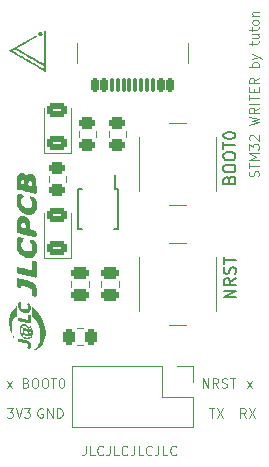
<source format=gbr>
%TF.GenerationSoftware,KiCad,Pcbnew,7.0.9*%
%TF.CreationDate,2024-05-14T19:27:58+09:00*%
%TF.ProjectId,06_WRITER,30365f57-5249-4544-9552-2e6b69636164,rev?*%
%TF.SameCoordinates,Original*%
%TF.FileFunction,Legend,Top*%
%TF.FilePolarity,Positive*%
%FSLAX46Y46*%
G04 Gerber Fmt 4.6, Leading zero omitted, Abs format (unit mm)*
G04 Created by KiCad (PCBNEW 7.0.9) date 2024-05-14 19:27:58*
%MOMM*%
%LPD*%
G01*
G04 APERTURE LIST*
G04 Aperture macros list*
%AMRoundRect*
0 Rectangle with rounded corners*
0 $1 Rounding radius*
0 $2 $3 $4 $5 $6 $7 $8 $9 X,Y pos of 4 corners*
0 Add a 4 corners polygon primitive as box body*
4,1,4,$2,$3,$4,$5,$6,$7,$8,$9,$2,$3,0*
0 Add four circle primitives for the rounded corners*
1,1,$1+$1,$2,$3*
1,1,$1+$1,$4,$5*
1,1,$1+$1,$6,$7*
1,1,$1+$1,$8,$9*
0 Add four rect primitives between the rounded corners*
20,1,$1+$1,$2,$3,$4,$5,0*
20,1,$1+$1,$4,$5,$6,$7,0*
20,1,$1+$1,$6,$7,$8,$9,0*
20,1,$1+$1,$8,$9,$2,$3,0*%
G04 Aperture macros list end*
%ADD10C,0.100000*%
%ADD11C,0.150000*%
%ADD12C,0.120000*%
%ADD13R,1.700000X1.700000*%
%ADD14O,1.700000X1.700000*%
%ADD15RoundRect,0.250000X0.625000X-0.375000X0.625000X0.375000X-0.625000X0.375000X-0.625000X-0.375000X0*%
%ADD16R,0.300000X1.400000*%
%ADD17RoundRect,0.250000X-0.475000X0.250000X-0.475000X-0.250000X0.475000X-0.250000X0.475000X0.250000X0*%
%ADD18RoundRect,0.250000X0.450000X-0.262500X0.450000X0.262500X-0.450000X0.262500X-0.450000X-0.262500X0*%
%ADD19RoundRect,0.250000X-0.450000X0.262500X-0.450000X-0.262500X0.450000X-0.262500X0.450000X0.262500X0*%
%ADD20C,0.650000*%
%ADD21RoundRect,0.150000X0.150000X0.425000X-0.150000X0.425000X-0.150000X-0.425000X0.150000X-0.425000X0*%
%ADD22RoundRect,0.075000X0.075000X0.500000X-0.075000X0.500000X-0.075000X-0.500000X0.075000X-0.500000X0*%
%ADD23O,1.000000X2.100000*%
%ADD24O,1.000000X1.800000*%
%ADD25RoundRect,0.250000X-0.262500X-0.450000X0.262500X-0.450000X0.262500X0.450000X-0.262500X0.450000X0*%
%ADD26C,2.000000*%
%ADD27RoundRect,0.250000X0.475000X-0.250000X0.475000X0.250000X-0.475000X0.250000X-0.475000X-0.250000X0*%
G04 APERTURE END LIST*
D10*
X167489836Y-102601895D02*
X167489836Y-103173323D01*
X167489836Y-103173323D02*
X167451741Y-103287609D01*
X167451741Y-103287609D02*
X167375550Y-103363800D01*
X167375550Y-103363800D02*
X167261265Y-103401895D01*
X167261265Y-103401895D02*
X167185074Y-103401895D01*
X168251741Y-103401895D02*
X167870789Y-103401895D01*
X167870789Y-103401895D02*
X167870789Y-102601895D01*
X168975551Y-103325704D02*
X168937455Y-103363800D01*
X168937455Y-103363800D02*
X168823170Y-103401895D01*
X168823170Y-103401895D02*
X168746979Y-103401895D01*
X168746979Y-103401895D02*
X168632693Y-103363800D01*
X168632693Y-103363800D02*
X168556503Y-103287609D01*
X168556503Y-103287609D02*
X168518408Y-103211419D01*
X168518408Y-103211419D02*
X168480312Y-103059038D01*
X168480312Y-103059038D02*
X168480312Y-102944752D01*
X168480312Y-102944752D02*
X168518408Y-102792371D01*
X168518408Y-102792371D02*
X168556503Y-102716180D01*
X168556503Y-102716180D02*
X168632693Y-102639990D01*
X168632693Y-102639990D02*
X168746979Y-102601895D01*
X168746979Y-102601895D02*
X168823170Y-102601895D01*
X168823170Y-102601895D02*
X168937455Y-102639990D01*
X168937455Y-102639990D02*
X168975551Y-102678085D01*
X169546979Y-102601895D02*
X169546979Y-103173323D01*
X169546979Y-103173323D02*
X169508884Y-103287609D01*
X169508884Y-103287609D02*
X169432693Y-103363800D01*
X169432693Y-103363800D02*
X169318408Y-103401895D01*
X169318408Y-103401895D02*
X169242217Y-103401895D01*
X170308884Y-103401895D02*
X169927932Y-103401895D01*
X169927932Y-103401895D02*
X169927932Y-102601895D01*
X171032694Y-103325704D02*
X170994598Y-103363800D01*
X170994598Y-103363800D02*
X170880313Y-103401895D01*
X170880313Y-103401895D02*
X170804122Y-103401895D01*
X170804122Y-103401895D02*
X170689836Y-103363800D01*
X170689836Y-103363800D02*
X170613646Y-103287609D01*
X170613646Y-103287609D02*
X170575551Y-103211419D01*
X170575551Y-103211419D02*
X170537455Y-103059038D01*
X170537455Y-103059038D02*
X170537455Y-102944752D01*
X170537455Y-102944752D02*
X170575551Y-102792371D01*
X170575551Y-102792371D02*
X170613646Y-102716180D01*
X170613646Y-102716180D02*
X170689836Y-102639990D01*
X170689836Y-102639990D02*
X170804122Y-102601895D01*
X170804122Y-102601895D02*
X170880313Y-102601895D01*
X170880313Y-102601895D02*
X170994598Y-102639990D01*
X170994598Y-102639990D02*
X171032694Y-102678085D01*
X171604122Y-102601895D02*
X171604122Y-103173323D01*
X171604122Y-103173323D02*
X171566027Y-103287609D01*
X171566027Y-103287609D02*
X171489836Y-103363800D01*
X171489836Y-103363800D02*
X171375551Y-103401895D01*
X171375551Y-103401895D02*
X171299360Y-103401895D01*
X172366027Y-103401895D02*
X171985075Y-103401895D01*
X171985075Y-103401895D02*
X171985075Y-102601895D01*
X173089837Y-103325704D02*
X173051741Y-103363800D01*
X173051741Y-103363800D02*
X172937456Y-103401895D01*
X172937456Y-103401895D02*
X172861265Y-103401895D01*
X172861265Y-103401895D02*
X172746979Y-103363800D01*
X172746979Y-103363800D02*
X172670789Y-103287609D01*
X172670789Y-103287609D02*
X172632694Y-103211419D01*
X172632694Y-103211419D02*
X172594598Y-103059038D01*
X172594598Y-103059038D02*
X172594598Y-102944752D01*
X172594598Y-102944752D02*
X172632694Y-102792371D01*
X172632694Y-102792371D02*
X172670789Y-102716180D01*
X172670789Y-102716180D02*
X172746979Y-102639990D01*
X172746979Y-102639990D02*
X172861265Y-102601895D01*
X172861265Y-102601895D02*
X172937456Y-102601895D01*
X172937456Y-102601895D02*
X173051741Y-102639990D01*
X173051741Y-102639990D02*
X173089837Y-102678085D01*
X173661265Y-102601895D02*
X173661265Y-103173323D01*
X173661265Y-103173323D02*
X173623170Y-103287609D01*
X173623170Y-103287609D02*
X173546979Y-103363800D01*
X173546979Y-103363800D02*
X173432694Y-103401895D01*
X173432694Y-103401895D02*
X173356503Y-103401895D01*
X174423170Y-103401895D02*
X174042218Y-103401895D01*
X174042218Y-103401895D02*
X174042218Y-102601895D01*
X175146980Y-103325704D02*
X175108884Y-103363800D01*
X175108884Y-103363800D02*
X174994599Y-103401895D01*
X174994599Y-103401895D02*
X174918408Y-103401895D01*
X174918408Y-103401895D02*
X174804122Y-103363800D01*
X174804122Y-103363800D02*
X174727932Y-103287609D01*
X174727932Y-103287609D02*
X174689837Y-103211419D01*
X174689837Y-103211419D02*
X174651741Y-103059038D01*
X174651741Y-103059038D02*
X174651741Y-102944752D01*
X174651741Y-102944752D02*
X174689837Y-102792371D01*
X174689837Y-102792371D02*
X174727932Y-102716180D01*
X174727932Y-102716180D02*
X174804122Y-102639990D01*
X174804122Y-102639990D02*
X174918408Y-102601895D01*
X174918408Y-102601895D02*
X174994599Y-102601895D01*
X174994599Y-102601895D02*
X175108884Y-102639990D01*
X175108884Y-102639990D02*
X175146980Y-102678085D01*
X163870312Y-99464990D02*
X163794122Y-99426895D01*
X163794122Y-99426895D02*
X163679836Y-99426895D01*
X163679836Y-99426895D02*
X163565550Y-99464990D01*
X163565550Y-99464990D02*
X163489360Y-99541180D01*
X163489360Y-99541180D02*
X163451265Y-99617371D01*
X163451265Y-99617371D02*
X163413169Y-99769752D01*
X163413169Y-99769752D02*
X163413169Y-99884038D01*
X163413169Y-99884038D02*
X163451265Y-100036419D01*
X163451265Y-100036419D02*
X163489360Y-100112609D01*
X163489360Y-100112609D02*
X163565550Y-100188800D01*
X163565550Y-100188800D02*
X163679836Y-100226895D01*
X163679836Y-100226895D02*
X163756027Y-100226895D01*
X163756027Y-100226895D02*
X163870312Y-100188800D01*
X163870312Y-100188800D02*
X163908408Y-100150704D01*
X163908408Y-100150704D02*
X163908408Y-99884038D01*
X163908408Y-99884038D02*
X163756027Y-99884038D01*
X164251265Y-100226895D02*
X164251265Y-99426895D01*
X164251265Y-99426895D02*
X164708408Y-100226895D01*
X164708408Y-100226895D02*
X164708408Y-99426895D01*
X165089360Y-100226895D02*
X165089360Y-99426895D01*
X165089360Y-99426895D02*
X165279836Y-99426895D01*
X165279836Y-99426895D02*
X165394122Y-99464990D01*
X165394122Y-99464990D02*
X165470312Y-99541180D01*
X165470312Y-99541180D02*
X165508407Y-99617371D01*
X165508407Y-99617371D02*
X165546503Y-99769752D01*
X165546503Y-99769752D02*
X165546503Y-99884038D01*
X165546503Y-99884038D02*
X165508407Y-100036419D01*
X165508407Y-100036419D02*
X165470312Y-100112609D01*
X165470312Y-100112609D02*
X165394122Y-100188800D01*
X165394122Y-100188800D02*
X165279836Y-100226895D01*
X165279836Y-100226895D02*
X165089360Y-100226895D01*
X162447931Y-97267847D02*
X162562217Y-97305942D01*
X162562217Y-97305942D02*
X162600312Y-97344038D01*
X162600312Y-97344038D02*
X162638408Y-97420228D01*
X162638408Y-97420228D02*
X162638408Y-97534514D01*
X162638408Y-97534514D02*
X162600312Y-97610704D01*
X162600312Y-97610704D02*
X162562217Y-97648800D01*
X162562217Y-97648800D02*
X162486027Y-97686895D01*
X162486027Y-97686895D02*
X162181265Y-97686895D01*
X162181265Y-97686895D02*
X162181265Y-96886895D01*
X162181265Y-96886895D02*
X162447931Y-96886895D01*
X162447931Y-96886895D02*
X162524122Y-96924990D01*
X162524122Y-96924990D02*
X162562217Y-96963085D01*
X162562217Y-96963085D02*
X162600312Y-97039276D01*
X162600312Y-97039276D02*
X162600312Y-97115466D01*
X162600312Y-97115466D02*
X162562217Y-97191657D01*
X162562217Y-97191657D02*
X162524122Y-97229752D01*
X162524122Y-97229752D02*
X162447931Y-97267847D01*
X162447931Y-97267847D02*
X162181265Y-97267847D01*
X163133646Y-96886895D02*
X163286027Y-96886895D01*
X163286027Y-96886895D02*
X163362217Y-96924990D01*
X163362217Y-96924990D02*
X163438408Y-97001180D01*
X163438408Y-97001180D02*
X163476503Y-97153561D01*
X163476503Y-97153561D02*
X163476503Y-97420228D01*
X163476503Y-97420228D02*
X163438408Y-97572609D01*
X163438408Y-97572609D02*
X163362217Y-97648800D01*
X163362217Y-97648800D02*
X163286027Y-97686895D01*
X163286027Y-97686895D02*
X163133646Y-97686895D01*
X163133646Y-97686895D02*
X163057455Y-97648800D01*
X163057455Y-97648800D02*
X162981265Y-97572609D01*
X162981265Y-97572609D02*
X162943169Y-97420228D01*
X162943169Y-97420228D02*
X162943169Y-97153561D01*
X162943169Y-97153561D02*
X162981265Y-97001180D01*
X162981265Y-97001180D02*
X163057455Y-96924990D01*
X163057455Y-96924990D02*
X163133646Y-96886895D01*
X163971741Y-96886895D02*
X164124122Y-96886895D01*
X164124122Y-96886895D02*
X164200312Y-96924990D01*
X164200312Y-96924990D02*
X164276503Y-97001180D01*
X164276503Y-97001180D02*
X164314598Y-97153561D01*
X164314598Y-97153561D02*
X164314598Y-97420228D01*
X164314598Y-97420228D02*
X164276503Y-97572609D01*
X164276503Y-97572609D02*
X164200312Y-97648800D01*
X164200312Y-97648800D02*
X164124122Y-97686895D01*
X164124122Y-97686895D02*
X163971741Y-97686895D01*
X163971741Y-97686895D02*
X163895550Y-97648800D01*
X163895550Y-97648800D02*
X163819360Y-97572609D01*
X163819360Y-97572609D02*
X163781264Y-97420228D01*
X163781264Y-97420228D02*
X163781264Y-97153561D01*
X163781264Y-97153561D02*
X163819360Y-97001180D01*
X163819360Y-97001180D02*
X163895550Y-96924990D01*
X163895550Y-96924990D02*
X163971741Y-96886895D01*
X164543169Y-96886895D02*
X165000312Y-96886895D01*
X164771740Y-97686895D02*
X164771740Y-96886895D01*
X165419360Y-96886895D02*
X165495550Y-96886895D01*
X165495550Y-96886895D02*
X165571741Y-96924990D01*
X165571741Y-96924990D02*
X165609836Y-96963085D01*
X165609836Y-96963085D02*
X165647931Y-97039276D01*
X165647931Y-97039276D02*
X165686026Y-97191657D01*
X165686026Y-97191657D02*
X165686026Y-97382133D01*
X165686026Y-97382133D02*
X165647931Y-97534514D01*
X165647931Y-97534514D02*
X165609836Y-97610704D01*
X165609836Y-97610704D02*
X165571741Y-97648800D01*
X165571741Y-97648800D02*
X165495550Y-97686895D01*
X165495550Y-97686895D02*
X165419360Y-97686895D01*
X165419360Y-97686895D02*
X165343169Y-97648800D01*
X165343169Y-97648800D02*
X165305074Y-97610704D01*
X165305074Y-97610704D02*
X165266979Y-97534514D01*
X165266979Y-97534514D02*
X165228883Y-97382133D01*
X165228883Y-97382133D02*
X165228883Y-97191657D01*
X165228883Y-97191657D02*
X165266979Y-97039276D01*
X165266979Y-97039276D02*
X165305074Y-96963085D01*
X165305074Y-96963085D02*
X165343169Y-96924990D01*
X165343169Y-96924990D02*
X165419360Y-96886895D01*
X181155074Y-97686895D02*
X181574122Y-97153561D01*
X181155074Y-97153561D02*
X181574122Y-97686895D01*
X177421265Y-97686895D02*
X177421265Y-96886895D01*
X177421265Y-96886895D02*
X177878408Y-97686895D01*
X177878408Y-97686895D02*
X177878408Y-96886895D01*
X178716503Y-97686895D02*
X178449836Y-97305942D01*
X178259360Y-97686895D02*
X178259360Y-96886895D01*
X178259360Y-96886895D02*
X178564122Y-96886895D01*
X178564122Y-96886895D02*
X178640312Y-96924990D01*
X178640312Y-96924990D02*
X178678407Y-96963085D01*
X178678407Y-96963085D02*
X178716503Y-97039276D01*
X178716503Y-97039276D02*
X178716503Y-97153561D01*
X178716503Y-97153561D02*
X178678407Y-97229752D01*
X178678407Y-97229752D02*
X178640312Y-97267847D01*
X178640312Y-97267847D02*
X178564122Y-97305942D01*
X178564122Y-97305942D02*
X178259360Y-97305942D01*
X179021264Y-97648800D02*
X179135550Y-97686895D01*
X179135550Y-97686895D02*
X179326026Y-97686895D01*
X179326026Y-97686895D02*
X179402217Y-97648800D01*
X179402217Y-97648800D02*
X179440312Y-97610704D01*
X179440312Y-97610704D02*
X179478407Y-97534514D01*
X179478407Y-97534514D02*
X179478407Y-97458323D01*
X179478407Y-97458323D02*
X179440312Y-97382133D01*
X179440312Y-97382133D02*
X179402217Y-97344038D01*
X179402217Y-97344038D02*
X179326026Y-97305942D01*
X179326026Y-97305942D02*
X179173645Y-97267847D01*
X179173645Y-97267847D02*
X179097455Y-97229752D01*
X179097455Y-97229752D02*
X179059360Y-97191657D01*
X179059360Y-97191657D02*
X179021264Y-97115466D01*
X179021264Y-97115466D02*
X179021264Y-97039276D01*
X179021264Y-97039276D02*
X179059360Y-96963085D01*
X179059360Y-96963085D02*
X179097455Y-96924990D01*
X179097455Y-96924990D02*
X179173645Y-96886895D01*
X179173645Y-96886895D02*
X179364122Y-96886895D01*
X179364122Y-96886895D02*
X179478407Y-96924990D01*
X179706979Y-96886895D02*
X180164122Y-96886895D01*
X179935550Y-97686895D02*
X179935550Y-96886895D01*
X177941979Y-99426895D02*
X178399122Y-99426895D01*
X178170550Y-100226895D02*
X178170550Y-99426895D01*
X178589598Y-99426895D02*
X179122932Y-100226895D01*
X179122932Y-99426895D02*
X178589598Y-100226895D01*
X160835074Y-97686895D02*
X161254122Y-97153561D01*
X160835074Y-97153561D02*
X161254122Y-97686895D01*
X181053408Y-100226895D02*
X180786741Y-99845942D01*
X180596265Y-100226895D02*
X180596265Y-99426895D01*
X180596265Y-99426895D02*
X180901027Y-99426895D01*
X180901027Y-99426895D02*
X180977217Y-99464990D01*
X180977217Y-99464990D02*
X181015312Y-99503085D01*
X181015312Y-99503085D02*
X181053408Y-99579276D01*
X181053408Y-99579276D02*
X181053408Y-99693561D01*
X181053408Y-99693561D02*
X181015312Y-99769752D01*
X181015312Y-99769752D02*
X180977217Y-99807847D01*
X180977217Y-99807847D02*
X180901027Y-99845942D01*
X180901027Y-99845942D02*
X180596265Y-99845942D01*
X181320074Y-99426895D02*
X181853408Y-100226895D01*
X181853408Y-99426895D02*
X181320074Y-100226895D01*
X160835074Y-99426895D02*
X161330312Y-99426895D01*
X161330312Y-99426895D02*
X161063646Y-99731657D01*
X161063646Y-99731657D02*
X161177931Y-99731657D01*
X161177931Y-99731657D02*
X161254122Y-99769752D01*
X161254122Y-99769752D02*
X161292217Y-99807847D01*
X161292217Y-99807847D02*
X161330312Y-99884038D01*
X161330312Y-99884038D02*
X161330312Y-100074514D01*
X161330312Y-100074514D02*
X161292217Y-100150704D01*
X161292217Y-100150704D02*
X161254122Y-100188800D01*
X161254122Y-100188800D02*
X161177931Y-100226895D01*
X161177931Y-100226895D02*
X160949360Y-100226895D01*
X160949360Y-100226895D02*
X160873169Y-100188800D01*
X160873169Y-100188800D02*
X160835074Y-100150704D01*
X161558884Y-99426895D02*
X161825551Y-100226895D01*
X161825551Y-100226895D02*
X162092217Y-99426895D01*
X162282693Y-99426895D02*
X162777931Y-99426895D01*
X162777931Y-99426895D02*
X162511265Y-99731657D01*
X162511265Y-99731657D02*
X162625550Y-99731657D01*
X162625550Y-99731657D02*
X162701741Y-99769752D01*
X162701741Y-99769752D02*
X162739836Y-99807847D01*
X162739836Y-99807847D02*
X162777931Y-99884038D01*
X162777931Y-99884038D02*
X162777931Y-100074514D01*
X162777931Y-100074514D02*
X162739836Y-100150704D01*
X162739836Y-100150704D02*
X162701741Y-100188800D01*
X162701741Y-100188800D02*
X162625550Y-100226895D01*
X162625550Y-100226895D02*
X162396979Y-100226895D01*
X162396979Y-100226895D02*
X162320788Y-100188800D01*
X162320788Y-100188800D02*
X162282693Y-100150704D01*
X182103800Y-79791830D02*
X182141895Y-79677544D01*
X182141895Y-79677544D02*
X182141895Y-79487068D01*
X182141895Y-79487068D02*
X182103800Y-79410877D01*
X182103800Y-79410877D02*
X182065704Y-79372782D01*
X182065704Y-79372782D02*
X181989514Y-79334687D01*
X181989514Y-79334687D02*
X181913323Y-79334687D01*
X181913323Y-79334687D02*
X181837133Y-79372782D01*
X181837133Y-79372782D02*
X181799038Y-79410877D01*
X181799038Y-79410877D02*
X181760942Y-79487068D01*
X181760942Y-79487068D02*
X181722847Y-79639449D01*
X181722847Y-79639449D02*
X181684752Y-79715639D01*
X181684752Y-79715639D02*
X181646657Y-79753734D01*
X181646657Y-79753734D02*
X181570466Y-79791830D01*
X181570466Y-79791830D02*
X181494276Y-79791830D01*
X181494276Y-79791830D02*
X181418085Y-79753734D01*
X181418085Y-79753734D02*
X181379990Y-79715639D01*
X181379990Y-79715639D02*
X181341895Y-79639449D01*
X181341895Y-79639449D02*
X181341895Y-79448972D01*
X181341895Y-79448972D02*
X181379990Y-79334687D01*
X181341895Y-79106115D02*
X181341895Y-78648972D01*
X182141895Y-78877544D02*
X181341895Y-78877544D01*
X182141895Y-78382305D02*
X181341895Y-78382305D01*
X181341895Y-78382305D02*
X181913323Y-78115639D01*
X181913323Y-78115639D02*
X181341895Y-77848972D01*
X181341895Y-77848972D02*
X182141895Y-77848972D01*
X181341895Y-77544210D02*
X181341895Y-77048972D01*
X181341895Y-77048972D02*
X181646657Y-77315638D01*
X181646657Y-77315638D02*
X181646657Y-77201353D01*
X181646657Y-77201353D02*
X181684752Y-77125162D01*
X181684752Y-77125162D02*
X181722847Y-77087067D01*
X181722847Y-77087067D02*
X181799038Y-77048972D01*
X181799038Y-77048972D02*
X181989514Y-77048972D01*
X181989514Y-77048972D02*
X182065704Y-77087067D01*
X182065704Y-77087067D02*
X182103800Y-77125162D01*
X182103800Y-77125162D02*
X182141895Y-77201353D01*
X182141895Y-77201353D02*
X182141895Y-77429924D01*
X182141895Y-77429924D02*
X182103800Y-77506115D01*
X182103800Y-77506115D02*
X182065704Y-77544210D01*
X181418085Y-76744210D02*
X181379990Y-76706114D01*
X181379990Y-76706114D02*
X181341895Y-76629924D01*
X181341895Y-76629924D02*
X181341895Y-76439448D01*
X181341895Y-76439448D02*
X181379990Y-76363257D01*
X181379990Y-76363257D02*
X181418085Y-76325162D01*
X181418085Y-76325162D02*
X181494276Y-76287067D01*
X181494276Y-76287067D02*
X181570466Y-76287067D01*
X181570466Y-76287067D02*
X181684752Y-76325162D01*
X181684752Y-76325162D02*
X182141895Y-76782305D01*
X182141895Y-76782305D02*
X182141895Y-76287067D01*
X181341895Y-75410876D02*
X182141895Y-75220400D01*
X182141895Y-75220400D02*
X181570466Y-75068019D01*
X181570466Y-75068019D02*
X182141895Y-74915638D01*
X182141895Y-74915638D02*
X181341895Y-74725162D01*
X182141895Y-73963256D02*
X181760942Y-74229923D01*
X182141895Y-74420399D02*
X181341895Y-74420399D01*
X181341895Y-74420399D02*
X181341895Y-74115637D01*
X181341895Y-74115637D02*
X181379990Y-74039447D01*
X181379990Y-74039447D02*
X181418085Y-74001352D01*
X181418085Y-74001352D02*
X181494276Y-73963256D01*
X181494276Y-73963256D02*
X181608561Y-73963256D01*
X181608561Y-73963256D02*
X181684752Y-74001352D01*
X181684752Y-74001352D02*
X181722847Y-74039447D01*
X181722847Y-74039447D02*
X181760942Y-74115637D01*
X181760942Y-74115637D02*
X181760942Y-74420399D01*
X182141895Y-73620399D02*
X181341895Y-73620399D01*
X181341895Y-73353733D02*
X181341895Y-72896590D01*
X182141895Y-73125162D02*
X181341895Y-73125162D01*
X181722847Y-72629923D02*
X181722847Y-72363257D01*
X182141895Y-72248971D02*
X182141895Y-72629923D01*
X182141895Y-72629923D02*
X181341895Y-72629923D01*
X181341895Y-72629923D02*
X181341895Y-72248971D01*
X182141895Y-71448970D02*
X181760942Y-71715637D01*
X182141895Y-71906113D02*
X181341895Y-71906113D01*
X181341895Y-71906113D02*
X181341895Y-71601351D01*
X181341895Y-71601351D02*
X181379990Y-71525161D01*
X181379990Y-71525161D02*
X181418085Y-71487066D01*
X181418085Y-71487066D02*
X181494276Y-71448970D01*
X181494276Y-71448970D02*
X181608561Y-71448970D01*
X181608561Y-71448970D02*
X181684752Y-71487066D01*
X181684752Y-71487066D02*
X181722847Y-71525161D01*
X181722847Y-71525161D02*
X181760942Y-71601351D01*
X181760942Y-71601351D02*
X181760942Y-71906113D01*
X182141895Y-70496589D02*
X181341895Y-70496589D01*
X181646657Y-70496589D02*
X181608561Y-70420399D01*
X181608561Y-70420399D02*
X181608561Y-70268018D01*
X181608561Y-70268018D02*
X181646657Y-70191827D01*
X181646657Y-70191827D02*
X181684752Y-70153732D01*
X181684752Y-70153732D02*
X181760942Y-70115637D01*
X181760942Y-70115637D02*
X181989514Y-70115637D01*
X181989514Y-70115637D02*
X182065704Y-70153732D01*
X182065704Y-70153732D02*
X182103800Y-70191827D01*
X182103800Y-70191827D02*
X182141895Y-70268018D01*
X182141895Y-70268018D02*
X182141895Y-70420399D01*
X182141895Y-70420399D02*
X182103800Y-70496589D01*
X181608561Y-69848970D02*
X182141895Y-69658494D01*
X181608561Y-69468017D02*
X182141895Y-69658494D01*
X182141895Y-69658494D02*
X182332371Y-69734684D01*
X182332371Y-69734684D02*
X182370466Y-69772779D01*
X182370466Y-69772779D02*
X182408561Y-69848970D01*
X181608561Y-68668017D02*
X181608561Y-68363255D01*
X181341895Y-68553731D02*
X182027609Y-68553731D01*
X182027609Y-68553731D02*
X182103800Y-68515636D01*
X182103800Y-68515636D02*
X182141895Y-68439446D01*
X182141895Y-68439446D02*
X182141895Y-68363255D01*
X181608561Y-67753731D02*
X182141895Y-67753731D01*
X181608561Y-68096588D02*
X182027609Y-68096588D01*
X182027609Y-68096588D02*
X182103800Y-68058493D01*
X182103800Y-68058493D02*
X182141895Y-67982303D01*
X182141895Y-67982303D02*
X182141895Y-67868017D01*
X182141895Y-67868017D02*
X182103800Y-67791826D01*
X182103800Y-67791826D02*
X182065704Y-67753731D01*
X181608561Y-67487064D02*
X181608561Y-67182302D01*
X181341895Y-67372778D02*
X182027609Y-67372778D01*
X182027609Y-67372778D02*
X182103800Y-67334683D01*
X182103800Y-67334683D02*
X182141895Y-67258493D01*
X182141895Y-67258493D02*
X182141895Y-67182302D01*
X182141895Y-66801350D02*
X182103800Y-66877540D01*
X182103800Y-66877540D02*
X182065704Y-66915635D01*
X182065704Y-66915635D02*
X181989514Y-66953731D01*
X181989514Y-66953731D02*
X181760942Y-66953731D01*
X181760942Y-66953731D02*
X181684752Y-66915635D01*
X181684752Y-66915635D02*
X181646657Y-66877540D01*
X181646657Y-66877540D02*
X181608561Y-66801350D01*
X181608561Y-66801350D02*
X181608561Y-66687064D01*
X181608561Y-66687064D02*
X181646657Y-66610873D01*
X181646657Y-66610873D02*
X181684752Y-66572778D01*
X181684752Y-66572778D02*
X181760942Y-66534683D01*
X181760942Y-66534683D02*
X181989514Y-66534683D01*
X181989514Y-66534683D02*
X182065704Y-66572778D01*
X182065704Y-66572778D02*
X182103800Y-66610873D01*
X182103800Y-66610873D02*
X182141895Y-66687064D01*
X182141895Y-66687064D02*
X182141895Y-66801350D01*
X181608561Y-66191825D02*
X182141895Y-66191825D01*
X181684752Y-66191825D02*
X181646657Y-66153730D01*
X181646657Y-66153730D02*
X181608561Y-66077540D01*
X181608561Y-66077540D02*
X181608561Y-65963254D01*
X181608561Y-65963254D02*
X181646657Y-65887063D01*
X181646657Y-65887063D02*
X181722847Y-65848968D01*
X181722847Y-65848968D02*
X182141895Y-65848968D01*
D11*
X179641009Y-80073333D02*
X179688628Y-79930476D01*
X179688628Y-79930476D02*
X179736247Y-79882857D01*
X179736247Y-79882857D02*
X179831485Y-79835238D01*
X179831485Y-79835238D02*
X179974342Y-79835238D01*
X179974342Y-79835238D02*
X180069580Y-79882857D01*
X180069580Y-79882857D02*
X180117200Y-79930476D01*
X180117200Y-79930476D02*
X180164819Y-80025714D01*
X180164819Y-80025714D02*
X180164819Y-80406666D01*
X180164819Y-80406666D02*
X179164819Y-80406666D01*
X179164819Y-80406666D02*
X179164819Y-80073333D01*
X179164819Y-80073333D02*
X179212438Y-79978095D01*
X179212438Y-79978095D02*
X179260057Y-79930476D01*
X179260057Y-79930476D02*
X179355295Y-79882857D01*
X179355295Y-79882857D02*
X179450533Y-79882857D01*
X179450533Y-79882857D02*
X179545771Y-79930476D01*
X179545771Y-79930476D02*
X179593390Y-79978095D01*
X179593390Y-79978095D02*
X179641009Y-80073333D01*
X179641009Y-80073333D02*
X179641009Y-80406666D01*
X179164819Y-79216190D02*
X179164819Y-79025714D01*
X179164819Y-79025714D02*
X179212438Y-78930476D01*
X179212438Y-78930476D02*
X179307676Y-78835238D01*
X179307676Y-78835238D02*
X179498152Y-78787619D01*
X179498152Y-78787619D02*
X179831485Y-78787619D01*
X179831485Y-78787619D02*
X180021961Y-78835238D01*
X180021961Y-78835238D02*
X180117200Y-78930476D01*
X180117200Y-78930476D02*
X180164819Y-79025714D01*
X180164819Y-79025714D02*
X180164819Y-79216190D01*
X180164819Y-79216190D02*
X180117200Y-79311428D01*
X180117200Y-79311428D02*
X180021961Y-79406666D01*
X180021961Y-79406666D02*
X179831485Y-79454285D01*
X179831485Y-79454285D02*
X179498152Y-79454285D01*
X179498152Y-79454285D02*
X179307676Y-79406666D01*
X179307676Y-79406666D02*
X179212438Y-79311428D01*
X179212438Y-79311428D02*
X179164819Y-79216190D01*
X179164819Y-78168571D02*
X179164819Y-77978095D01*
X179164819Y-77978095D02*
X179212438Y-77882857D01*
X179212438Y-77882857D02*
X179307676Y-77787619D01*
X179307676Y-77787619D02*
X179498152Y-77740000D01*
X179498152Y-77740000D02*
X179831485Y-77740000D01*
X179831485Y-77740000D02*
X180021961Y-77787619D01*
X180021961Y-77787619D02*
X180117200Y-77882857D01*
X180117200Y-77882857D02*
X180164819Y-77978095D01*
X180164819Y-77978095D02*
X180164819Y-78168571D01*
X180164819Y-78168571D02*
X180117200Y-78263809D01*
X180117200Y-78263809D02*
X180021961Y-78359047D01*
X180021961Y-78359047D02*
X179831485Y-78406666D01*
X179831485Y-78406666D02*
X179498152Y-78406666D01*
X179498152Y-78406666D02*
X179307676Y-78359047D01*
X179307676Y-78359047D02*
X179212438Y-78263809D01*
X179212438Y-78263809D02*
X179164819Y-78168571D01*
X179164819Y-77454285D02*
X179164819Y-76882857D01*
X180164819Y-77168571D02*
X179164819Y-77168571D01*
X179164819Y-76359047D02*
X179164819Y-76263809D01*
X179164819Y-76263809D02*
X179212438Y-76168571D01*
X179212438Y-76168571D02*
X179260057Y-76120952D01*
X179260057Y-76120952D02*
X179355295Y-76073333D01*
X179355295Y-76073333D02*
X179545771Y-76025714D01*
X179545771Y-76025714D02*
X179783866Y-76025714D01*
X179783866Y-76025714D02*
X179974342Y-76073333D01*
X179974342Y-76073333D02*
X180069580Y-76120952D01*
X180069580Y-76120952D02*
X180117200Y-76168571D01*
X180117200Y-76168571D02*
X180164819Y-76263809D01*
X180164819Y-76263809D02*
X180164819Y-76359047D01*
X180164819Y-76359047D02*
X180117200Y-76454285D01*
X180117200Y-76454285D02*
X180069580Y-76501904D01*
X180069580Y-76501904D02*
X179974342Y-76549523D01*
X179974342Y-76549523D02*
X179783866Y-76597142D01*
X179783866Y-76597142D02*
X179545771Y-76597142D01*
X179545771Y-76597142D02*
X179355295Y-76549523D01*
X179355295Y-76549523D02*
X179260057Y-76501904D01*
X179260057Y-76501904D02*
X179212438Y-76454285D01*
X179212438Y-76454285D02*
X179164819Y-76359047D01*
X180184819Y-90042856D02*
X179184819Y-90042856D01*
X179184819Y-90042856D02*
X180184819Y-89471428D01*
X180184819Y-89471428D02*
X179184819Y-89471428D01*
X180184819Y-88423809D02*
X179708628Y-88757142D01*
X180184819Y-88995237D02*
X179184819Y-88995237D01*
X179184819Y-88995237D02*
X179184819Y-88614285D01*
X179184819Y-88614285D02*
X179232438Y-88519047D01*
X179232438Y-88519047D02*
X179280057Y-88471428D01*
X179280057Y-88471428D02*
X179375295Y-88423809D01*
X179375295Y-88423809D02*
X179518152Y-88423809D01*
X179518152Y-88423809D02*
X179613390Y-88471428D01*
X179613390Y-88471428D02*
X179661009Y-88519047D01*
X179661009Y-88519047D02*
X179708628Y-88614285D01*
X179708628Y-88614285D02*
X179708628Y-88995237D01*
X180137200Y-88042856D02*
X180184819Y-87899999D01*
X180184819Y-87899999D02*
X180184819Y-87661904D01*
X180184819Y-87661904D02*
X180137200Y-87566666D01*
X180137200Y-87566666D02*
X180089580Y-87519047D01*
X180089580Y-87519047D02*
X179994342Y-87471428D01*
X179994342Y-87471428D02*
X179899104Y-87471428D01*
X179899104Y-87471428D02*
X179803866Y-87519047D01*
X179803866Y-87519047D02*
X179756247Y-87566666D01*
X179756247Y-87566666D02*
X179708628Y-87661904D01*
X179708628Y-87661904D02*
X179661009Y-87852380D01*
X179661009Y-87852380D02*
X179613390Y-87947618D01*
X179613390Y-87947618D02*
X179565771Y-87995237D01*
X179565771Y-87995237D02*
X179470533Y-88042856D01*
X179470533Y-88042856D02*
X179375295Y-88042856D01*
X179375295Y-88042856D02*
X179280057Y-87995237D01*
X179280057Y-87995237D02*
X179232438Y-87947618D01*
X179232438Y-87947618D02*
X179184819Y-87852380D01*
X179184819Y-87852380D02*
X179184819Y-87614285D01*
X179184819Y-87614285D02*
X179232438Y-87471428D01*
X179184819Y-87185713D02*
X179184819Y-86614285D01*
X180184819Y-86899999D02*
X179184819Y-86899999D01*
D12*
%TO.C,J2*%
X176590000Y-95825000D02*
X176590000Y-97155000D01*
X175260000Y-95825000D02*
X176590000Y-95825000D01*
X173990000Y-95825000D02*
X166310000Y-95825000D01*
X173990000Y-95825000D02*
X173990000Y-98425000D01*
X166310000Y-95825000D02*
X166310000Y-101025000D01*
X176590000Y-98425000D02*
X176590000Y-101025000D01*
X173990000Y-98425000D02*
X176590000Y-98425000D01*
X176590000Y-101025000D02*
X166310000Y-101025000D01*
%TO.C,D2*%
X163965000Y-86740000D02*
X166235000Y-86740000D01*
X166235000Y-86740000D02*
X166235000Y-82855000D01*
X163965000Y-82855000D02*
X163965000Y-86740000D01*
D11*
%TO.C,U1*%
X170220000Y-80875000D02*
X169995000Y-80875000D01*
X170220000Y-80875000D02*
X170220000Y-84225000D01*
X169995000Y-80875000D02*
X169995000Y-79650000D01*
X166870000Y-80875000D02*
X167170000Y-80875000D01*
X166870000Y-80875000D02*
X166870000Y-84225000D01*
X170220000Y-84225000D02*
X169920000Y-84225000D01*
X166870000Y-84225000D02*
X167170000Y-84225000D01*
D12*
%TO.C,C1*%
X167740000Y-88638748D02*
X167740000Y-89161252D01*
X166270000Y-88638748D02*
X166270000Y-89161252D01*
%TO.C,R2*%
X166905000Y-76427064D02*
X166905000Y-75972936D01*
X168375000Y-76427064D02*
X168375000Y-75972936D01*
%TO.C,R1*%
X169445000Y-76427064D02*
X169445000Y-75972936D01*
X170915000Y-76427064D02*
X170915000Y-75972936D01*
%TO.C,G\u002A\u002A\u002A*%
G36*
X163692329Y-67550734D02*
G01*
X163711861Y-67553162D01*
X163729056Y-67558192D01*
X163743976Y-67564606D01*
X163784007Y-67588971D01*
X163815993Y-67620314D01*
X163839275Y-67657669D01*
X163853195Y-67700067D01*
X163856942Y-67730518D01*
X163856723Y-67759230D01*
X163853618Y-67784211D01*
X163851240Y-67793447D01*
X163831838Y-67837008D01*
X163804464Y-67873010D01*
X163768865Y-67901737D01*
X163743566Y-67915548D01*
X163725272Y-67923147D01*
X163707910Y-67927533D01*
X163687191Y-67929500D01*
X163666146Y-67929864D01*
X163641249Y-67929379D01*
X163622884Y-67927282D01*
X163606597Y-67922617D01*
X163587931Y-67914422D01*
X163582806Y-67911924D01*
X163544342Y-67887629D01*
X163513863Y-67856174D01*
X163490885Y-67817697D01*
X163483191Y-67799235D01*
X163478751Y-67781871D01*
X163476757Y-67761277D01*
X163476381Y-67739983D01*
X163477018Y-67713808D01*
X163479465Y-67694267D01*
X163484532Y-67677032D01*
X163490885Y-67662270D01*
X163514607Y-67622819D01*
X163545292Y-67591576D01*
X163582806Y-67568043D01*
X163602656Y-67558896D01*
X163619097Y-67553500D01*
X163636585Y-67550895D01*
X163659577Y-67550122D01*
X163666146Y-67550103D01*
X163692329Y-67550734D01*
G37*
G36*
X164134085Y-69214683D02*
G01*
X164134085Y-70959068D01*
X164046801Y-70908475D01*
X163979978Y-70869741D01*
X163840954Y-70789155D01*
X163644423Y-70675229D01*
X163456998Y-70566575D01*
X163278470Y-70463071D01*
X163108628Y-70364594D01*
X162947262Y-70271022D01*
X162794164Y-70182232D01*
X162649123Y-70098104D01*
X162511930Y-70018513D01*
X162382374Y-69943339D01*
X162260247Y-69872458D01*
X162145337Y-69805748D01*
X162037437Y-69743088D01*
X161936335Y-69684354D01*
X161841822Y-69629425D01*
X161753689Y-69578179D01*
X161671725Y-69530492D01*
X161595721Y-69486242D01*
X161525467Y-69445309D01*
X161460754Y-69407568D01*
X161401371Y-69372898D01*
X161347109Y-69341177D01*
X161297759Y-69312281D01*
X161253109Y-69286090D01*
X161212951Y-69262481D01*
X161177076Y-69241331D01*
X161145272Y-69222518D01*
X161117331Y-69205920D01*
X161093042Y-69191415D01*
X161072196Y-69178879D01*
X161054584Y-69168192D01*
X161039995Y-69159231D01*
X161028219Y-69151873D01*
X161019048Y-69145996D01*
X161012270Y-69141478D01*
X161007678Y-69138196D01*
X161006799Y-69137469D01*
X161303509Y-69137469D01*
X161307836Y-69140553D01*
X161321309Y-69148929D01*
X161343547Y-69162372D01*
X161374169Y-69180661D01*
X161412793Y-69203572D01*
X161459039Y-69230882D01*
X161512526Y-69262369D01*
X161572872Y-69297808D01*
X161639697Y-69336979D01*
X161712619Y-69379656D01*
X161791258Y-69425618D01*
X161875232Y-69474642D01*
X161964160Y-69526504D01*
X162057662Y-69580982D01*
X162155356Y-69637852D01*
X162256862Y-69696893D01*
X162361797Y-69757880D01*
X162469782Y-69820590D01*
X162580434Y-69884802D01*
X162621668Y-69908717D01*
X162733463Y-69973551D01*
X162842877Y-70037003D01*
X162949518Y-70098848D01*
X163052998Y-70158860D01*
X163152927Y-70216814D01*
X163248915Y-70272483D01*
X163340575Y-70325642D01*
X163427515Y-70376064D01*
X163509347Y-70423525D01*
X163585681Y-70467798D01*
X163656128Y-70508657D01*
X163720299Y-70545876D01*
X163777804Y-70579231D01*
X163828253Y-70608494D01*
X163871258Y-70633440D01*
X163906429Y-70653843D01*
X163933377Y-70669477D01*
X163951712Y-70680117D01*
X163961044Y-70685537D01*
X163962091Y-70686146D01*
X163979978Y-70696607D01*
X163979544Y-70557093D01*
X163979323Y-70519662D01*
X163978926Y-70486556D01*
X163978386Y-70459145D01*
X163977737Y-70438796D01*
X163977011Y-70426879D01*
X163976333Y-70424458D01*
X163969068Y-70430774D01*
X163965757Y-70431338D01*
X163960373Y-70428612D01*
X163945871Y-70420589D01*
X163922653Y-70407500D01*
X163891122Y-70389576D01*
X163851677Y-70367050D01*
X163804720Y-70340151D01*
X163750654Y-70309111D01*
X163689879Y-70274163D01*
X163622796Y-70235536D01*
X163549807Y-70193463D01*
X163471314Y-70148174D01*
X163387717Y-70099901D01*
X163299419Y-70048876D01*
X163206820Y-69995329D01*
X163110322Y-69939492D01*
X163010327Y-69881597D01*
X162907235Y-69821874D01*
X162801448Y-69760555D01*
X162738087Y-69723812D01*
X162630928Y-69661683D01*
X162526238Y-69601032D01*
X162424417Y-69542089D01*
X162325866Y-69485084D01*
X162230985Y-69430247D01*
X162140176Y-69377810D01*
X162053838Y-69328002D01*
X161972373Y-69281054D01*
X161896182Y-69237196D01*
X161825664Y-69196659D01*
X161761221Y-69159673D01*
X161703253Y-69126469D01*
X161652162Y-69097276D01*
X161608346Y-69072325D01*
X161572209Y-69051847D01*
X161544149Y-69036072D01*
X161524568Y-69025231D01*
X161513866Y-69019553D01*
X161511878Y-69018719D01*
X161504633Y-69022362D01*
X161489815Y-69030419D01*
X161469167Y-69041897D01*
X161444435Y-69055803D01*
X161417361Y-69071141D01*
X161389690Y-69086918D01*
X161363166Y-69102140D01*
X161339533Y-69115813D01*
X161320535Y-69126944D01*
X161307917Y-69134537D01*
X161303509Y-69137469D01*
X161006799Y-69137469D01*
X161005059Y-69136029D01*
X161004206Y-69134854D01*
X161004277Y-69134662D01*
X161009595Y-69131433D01*
X161024072Y-69123030D01*
X161047287Y-69109692D01*
X161078816Y-69091661D01*
X161118235Y-69069177D01*
X161165121Y-69042479D01*
X161219050Y-69011809D01*
X161279600Y-68977406D01*
X161346346Y-68939511D01*
X161418866Y-68898364D01*
X161496736Y-68854205D01*
X161579533Y-68807275D01*
X161666834Y-68757814D01*
X161758214Y-68706063D01*
X161853251Y-68652261D01*
X161951522Y-68596649D01*
X162052602Y-68539467D01*
X162127952Y-68496854D01*
X162231044Y-68438559D01*
X162331762Y-68381603D01*
X162429673Y-68326232D01*
X162524348Y-68272689D01*
X162615354Y-68221218D01*
X162702259Y-68172064D01*
X162784633Y-68125471D01*
X162862043Y-68081683D01*
X162934058Y-68040943D01*
X163000247Y-68003497D01*
X163060177Y-67969587D01*
X163113419Y-67939459D01*
X163159539Y-67913357D01*
X163198106Y-67891524D01*
X163228690Y-67874205D01*
X163250858Y-67861643D01*
X163264178Y-67854084D01*
X163268014Y-67851895D01*
X163290805Y-67838708D01*
X163325804Y-67900518D01*
X163339059Y-67923990D01*
X163350265Y-67943952D01*
X163358346Y-67958478D01*
X163362226Y-67965643D01*
X163362378Y-67965961D01*
X163357835Y-67969010D01*
X163344189Y-67977197D01*
X163321922Y-67990246D01*
X163291516Y-68007882D01*
X163253454Y-68029829D01*
X163208216Y-68055813D01*
X163156286Y-68085557D01*
X163098145Y-68118787D01*
X163034276Y-68155227D01*
X162965159Y-68194602D01*
X162891278Y-68236636D01*
X162813113Y-68281055D01*
X162731148Y-68327582D01*
X162645864Y-68375942D01*
X162557742Y-68425860D01*
X162518944Y-68447822D01*
X162429729Y-68498329D01*
X162343126Y-68547386D01*
X162259618Y-68594719D01*
X162179689Y-68640054D01*
X162103822Y-68683115D01*
X162032499Y-68723627D01*
X161966204Y-68761315D01*
X161905420Y-68795905D01*
X161850629Y-68827122D01*
X161802316Y-68854690D01*
X161760962Y-68878334D01*
X161727051Y-68897780D01*
X161701066Y-68912753D01*
X161683489Y-68922977D01*
X161674805Y-68928179D01*
X161673925Y-68928802D01*
X161678603Y-68931710D01*
X161692303Y-68939848D01*
X161714526Y-68952925D01*
X161744772Y-68970652D01*
X161782539Y-68992737D01*
X161827329Y-69018890D01*
X161878641Y-69048821D01*
X161935974Y-69082240D01*
X161998829Y-69118854D01*
X162066705Y-69158375D01*
X162139102Y-69200512D01*
X162215520Y-69244973D01*
X162295458Y-69291469D01*
X162378417Y-69339709D01*
X162463897Y-69389402D01*
X162551396Y-69440258D01*
X162640415Y-69491987D01*
X162730454Y-69544298D01*
X162821012Y-69596900D01*
X162911590Y-69649503D01*
X163001686Y-69701816D01*
X163090802Y-69753549D01*
X163178436Y-69804412D01*
X163264089Y-69854113D01*
X163347260Y-69902362D01*
X163427449Y-69948870D01*
X163504156Y-69993344D01*
X163576880Y-70035495D01*
X163645122Y-70075033D01*
X163708382Y-70111666D01*
X163766158Y-70145104D01*
X163817951Y-70175057D01*
X163863261Y-70201234D01*
X163901588Y-70223345D01*
X163932431Y-70241098D01*
X163955289Y-70254205D01*
X163969664Y-70262373D01*
X163975037Y-70265307D01*
X163975522Y-70260045D01*
X163975988Y-70244126D01*
X163976435Y-70217903D01*
X163976862Y-70181725D01*
X163977267Y-70135945D01*
X163977649Y-70080914D01*
X163978006Y-70016982D01*
X163978338Y-69944501D01*
X163978643Y-69863823D01*
X163978920Y-69775298D01*
X163979168Y-69679278D01*
X163979385Y-69576114D01*
X163979570Y-69466156D01*
X163979723Y-69349758D01*
X163979841Y-69227269D01*
X163979923Y-69099040D01*
X163979969Y-68965424D01*
X163979978Y-68868719D01*
X163979978Y-67470298D01*
X164057031Y-67470298D01*
X164134085Y-67470298D01*
X164134085Y-69214683D01*
G37*
%TO.C,R3*%
X165835000Y-79782936D02*
X165835000Y-80237064D01*
X164365000Y-79782936D02*
X164365000Y-80237064D01*
%TO.C,J1*%
X176120000Y-68485000D02*
X176120000Y-70185000D01*
X166780000Y-68485000D02*
X166780000Y-70185000D01*
%TO.C,R4*%
X166777936Y-92610000D02*
X167232064Y-92610000D01*
X166777936Y-94080000D02*
X167232064Y-94080000D01*
%TO.C,G\u002A\u002A\u002A*%
G36*
X161671432Y-90787995D02*
G01*
X161682606Y-90828551D01*
X161689621Y-90905269D01*
X161693202Y-91025617D01*
X161694091Y-91174115D01*
X161694091Y-91572094D01*
X161566548Y-91678707D01*
X161443869Y-91804377D01*
X161356254Y-91951288D01*
X161299755Y-92129195D01*
X161270424Y-92347854D01*
X161266432Y-92420401D01*
X161267034Y-92685336D01*
X161293958Y-92934799D01*
X161350566Y-93193286D01*
X161392220Y-93337363D01*
X161424988Y-93450715D01*
X161437198Y-93510844D01*
X161429411Y-93518255D01*
X161402187Y-93473450D01*
X161356090Y-93376932D01*
X161304110Y-93258409D01*
X161198607Y-92993278D01*
X161123232Y-92756700D01*
X161073624Y-92530938D01*
X161045425Y-92298251D01*
X161038088Y-92176023D01*
X161035711Y-91934318D01*
X161053740Y-91730066D01*
X161095317Y-91545633D01*
X161163583Y-91363388D01*
X161194929Y-91295682D01*
X161244840Y-91210574D01*
X161316400Y-91111150D01*
X161400010Y-91008242D01*
X161486071Y-90912682D01*
X161564983Y-90835302D01*
X161627146Y-90786933D01*
X161655371Y-90776136D01*
X161671432Y-90787995D01*
G37*
G36*
X161887787Y-93525148D02*
G01*
X161994489Y-93543845D01*
X162126017Y-93570975D01*
X162268271Y-93603237D01*
X162407153Y-93637333D01*
X162528565Y-93669962D01*
X162618407Y-93697826D01*
X162657645Y-93714214D01*
X162762241Y-93806836D01*
X162831312Y-93934232D01*
X162859196Y-94081772D01*
X162847799Y-94205579D01*
X162819126Y-94279251D01*
X162771911Y-94355248D01*
X162719545Y-94415445D01*
X162675422Y-94441716D01*
X162673258Y-94441818D01*
X162645668Y-94419781D01*
X162604092Y-94365301D01*
X162594390Y-94350418D01*
X162536519Y-94259018D01*
X162594546Y-94180533D01*
X162633634Y-94092563D01*
X162622872Y-94012360D01*
X162564057Y-93953308D01*
X162564057Y-93953307D01*
X162516407Y-93937227D01*
X162425853Y-93914273D01*
X162306311Y-93887765D01*
X162198000Y-93866008D01*
X162036466Y-93835077D01*
X161922979Y-93811581D01*
X161849093Y-93791069D01*
X161806365Y-93769092D01*
X161786349Y-93741201D01*
X161780601Y-93702946D01*
X161780677Y-93649879D01*
X161780682Y-93646123D01*
X161787763Y-93557675D01*
X161810048Y-93520231D01*
X161820008Y-93518182D01*
X161887787Y-93525148D01*
G37*
G36*
X162721168Y-91479484D02*
G01*
X162771500Y-91495835D01*
X162848636Y-91525162D01*
X162848636Y-91870537D01*
X162846617Y-92005920D01*
X162841118Y-92119154D01*
X162832980Y-92198377D01*
X162823054Y-92231722D01*
X162787723Y-92231387D01*
X162705534Y-92220675D01*
X162586107Y-92201142D01*
X162439062Y-92174346D01*
X162298621Y-92146835D01*
X162136877Y-92114289D01*
X161995921Y-92086124D01*
X161885006Y-92064172D01*
X161813379Y-92050265D01*
X161790227Y-92046136D01*
X161784532Y-92020312D01*
X161781118Y-91954981D01*
X161780682Y-91916250D01*
X161781729Y-91859056D01*
X161790169Y-91819420D01*
X161813952Y-91796375D01*
X161861027Y-91788956D01*
X161939344Y-91796196D01*
X162056852Y-91817128D01*
X162221500Y-91850788D01*
X162257574Y-91858294D01*
X162390685Y-91885891D01*
X162501248Y-91908628D01*
X162578147Y-91924232D01*
X162610265Y-91930430D01*
X162610511Y-91930453D01*
X162613954Y-91904052D01*
X162616504Y-91833986D01*
X162617694Y-91734315D01*
X162617727Y-91713299D01*
X162621515Y-91587624D01*
X162636447Y-91511812D01*
X162667880Y-91478290D01*
X162721168Y-91479484D01*
G37*
G36*
X161986210Y-90418677D02*
G01*
X162037770Y-90472804D01*
X162051396Y-90510503D01*
X162032895Y-90553022D01*
X162025888Y-90563915D01*
X161985853Y-90672809D01*
X161995729Y-90787875D01*
X162050925Y-90896268D01*
X162146848Y-90985141D01*
X162184218Y-91006762D01*
X162325426Y-91057010D01*
X162451594Y-91058770D01*
X162555073Y-91012292D01*
X162575744Y-90993926D01*
X162634444Y-90904996D01*
X162639477Y-90804971D01*
X162603118Y-90707894D01*
X162567737Y-90628022D01*
X162566695Y-90576658D01*
X162600747Y-90535355D01*
X162610511Y-90527680D01*
X162672581Y-90493202D01*
X162720231Y-90505439D01*
X162768633Y-90568606D01*
X162770774Y-90572209D01*
X162823003Y-90699789D01*
X162851404Y-90850743D01*
X162850376Y-90993672D01*
X162848314Y-91007045D01*
X162798036Y-91152646D01*
X162707420Y-91260720D01*
X162582518Y-91328101D01*
X162429377Y-91351623D01*
X162254048Y-91328121D01*
X162241307Y-91324691D01*
X162091951Y-91258695D01*
X161964789Y-91155884D01*
X161864323Y-91026550D01*
X161795057Y-90880984D01*
X161761493Y-90729476D01*
X161768134Y-90582319D01*
X161819481Y-90449802D01*
X161843490Y-90415437D01*
X161903370Y-90339312D01*
X161986210Y-90418677D01*
G37*
G36*
X163024372Y-90882743D02*
G01*
X163135815Y-90961130D01*
X163264992Y-91072461D01*
X163396829Y-91202179D01*
X163516256Y-91335729D01*
X163584280Y-91423531D01*
X163750959Y-91693446D01*
X163889219Y-91991218D01*
X163996159Y-92305298D01*
X164068877Y-92624136D01*
X164104473Y-92936185D01*
X164100046Y-93229895D01*
X164077802Y-93388295D01*
X163998245Y-93688641D01*
X163885879Y-93941610D01*
X163740512Y-94147452D01*
X163561954Y-94306421D01*
X163350012Y-94418767D01*
X163272842Y-94445614D01*
X163174489Y-94473495D01*
X163099557Y-94490220D01*
X163063113Y-94492475D01*
X163062276Y-94491898D01*
X163076548Y-94470841D01*
X163128504Y-94432223D01*
X163175306Y-94403133D01*
X163337763Y-94279981D01*
X163475641Y-94113158D01*
X163581697Y-93923640D01*
X163616197Y-93848825D01*
X163640443Y-93785803D01*
X163656224Y-93722063D01*
X163665326Y-93645095D01*
X163669537Y-93542391D01*
X163670647Y-93401438D01*
X163670580Y-93301705D01*
X163666423Y-93070557D01*
X163652619Y-92881098D01*
X163625971Y-92717647D01*
X163583283Y-92564528D01*
X163521361Y-92406062D01*
X163461715Y-92277045D01*
X163376118Y-92124040D01*
X163268956Y-91981869D01*
X163146138Y-91850739D01*
X162935227Y-91640911D01*
X162935227Y-91235755D01*
X162935227Y-90830600D01*
X163024372Y-90882743D01*
G37*
G36*
X163109591Y-86977108D02*
G01*
X163183045Y-86993031D01*
X163339318Y-87028004D01*
X163339318Y-87690703D01*
X163338745Y-87909472D01*
X163336769Y-88076953D01*
X163333007Y-88199575D01*
X163327075Y-88283769D01*
X163318589Y-88335965D01*
X163307167Y-88362593D01*
X163298857Y-88368929D01*
X163264303Y-88365204D01*
X163182544Y-88349252D01*
X163062298Y-88323170D01*
X162912282Y-88289056D01*
X162741212Y-88249005D01*
X162557806Y-88205116D01*
X162370782Y-88159485D01*
X162188855Y-88114210D01*
X162020745Y-88071387D01*
X161875167Y-88033113D01*
X161760839Y-88001486D01*
X161715739Y-87988087D01*
X161691231Y-87972743D01*
X161676067Y-87937610D01*
X161668147Y-87871323D01*
X161665372Y-87762521D01*
X161665227Y-87714646D01*
X161666167Y-87591858D01*
X161670669Y-87515738D01*
X161681258Y-87475236D01*
X161700457Y-87459302D01*
X161724119Y-87456818D01*
X161765128Y-87463449D01*
X161851491Y-87481649D01*
X161972583Y-87508879D01*
X162117783Y-87542600D01*
X162276465Y-87580273D01*
X162438007Y-87619359D01*
X162591785Y-87657319D01*
X162727176Y-87691613D01*
X162833557Y-87719703D01*
X162884716Y-87734208D01*
X162905300Y-87736001D01*
X162919410Y-87721086D01*
X162928249Y-87680801D01*
X162933024Y-87606483D01*
X162934941Y-87489469D01*
X162935227Y-87371266D01*
X162935973Y-87205034D01*
X162941489Y-87089023D01*
X162956691Y-87015730D01*
X162986497Y-86977650D01*
X163035825Y-86967278D01*
X163109591Y-86977108D01*
G37*
G36*
X161803154Y-88416384D02*
G01*
X161920452Y-88440510D01*
X162064208Y-88473750D01*
X162224816Y-88513598D01*
X162392669Y-88557547D01*
X162558162Y-88603089D01*
X162711686Y-88647719D01*
X162843635Y-88688930D01*
X162944403Y-88724215D01*
X162998972Y-88748002D01*
X163147708Y-88860313D01*
X163260038Y-89015366D01*
X163329296Y-89195625D01*
X163347944Y-89299938D01*
X163359999Y-89432765D01*
X163365241Y-89576864D01*
X163363446Y-89714994D01*
X163354391Y-89829915D01*
X163338419Y-89903011D01*
X163318051Y-89943674D01*
X163289320Y-89962631D01*
X163237832Y-89961953D01*
X163149194Y-89943712D01*
X163113975Y-89935310D01*
X163001451Y-89901820D01*
X162939321Y-89864044D01*
X162920332Y-89814695D01*
X162934041Y-89754597D01*
X162957691Y-89651449D01*
X162962730Y-89532505D01*
X162950005Y-89421244D01*
X162920364Y-89341144D01*
X162919043Y-89339212D01*
X162873406Y-89288098D01*
X162808760Y-89244284D01*
X162715404Y-89203454D01*
X162583639Y-89161291D01*
X162422387Y-89118177D01*
X162269882Y-89080032D01*
X162164575Y-89056769D01*
X162097727Y-89049009D01*
X162060599Y-89057373D01*
X162044453Y-89082485D01*
X162040547Y-89124964D01*
X162040455Y-89145341D01*
X162037349Y-89204007D01*
X162020393Y-89234931D01*
X161978128Y-89241422D01*
X161899098Y-89226792D01*
X161823977Y-89207884D01*
X161679659Y-89170517D01*
X161671544Y-88799476D01*
X161670186Y-88658179D01*
X161672287Y-88537939D01*
X161677411Y-88450427D01*
X161685116Y-88407316D01*
X161686362Y-88405501D01*
X161721922Y-88403879D01*
X161803154Y-88416384D01*
G37*
G36*
X161849055Y-84908057D02*
G01*
X161947393Y-84922343D01*
X162051336Y-84948665D01*
X162145447Y-84981584D01*
X162214293Y-85015664D01*
X162242438Y-85045466D01*
X162242500Y-85046667D01*
X162226749Y-85092191D01*
X162186257Y-85164757D01*
X162150032Y-85219497D01*
X162070877Y-85377945D01*
X162040348Y-85550833D01*
X162059514Y-85723334D01*
X162105262Y-85840049D01*
X162207344Y-85972201D01*
X162347248Y-86065783D01*
X162516302Y-86116436D01*
X162668599Y-86123010D01*
X162798563Y-86106636D01*
X162883190Y-86071207D01*
X162933873Y-86008363D01*
X162962003Y-85909742D01*
X162962412Y-85907358D01*
X162965813Y-85721612D01*
X162914973Y-85521180D01*
X162809535Y-85304768D01*
X162785983Y-85266020D01*
X162764083Y-85211062D01*
X162783090Y-85172865D01*
X162815994Y-85158000D01*
X162876080Y-85160249D01*
X162974696Y-85180587D01*
X163026661Y-85193792D01*
X163236201Y-85248750D01*
X163300737Y-85450795D01*
X163340561Y-85621148D01*
X163361949Y-85812864D01*
X163364476Y-86006217D01*
X163347717Y-86181477D01*
X163319000Y-86298665D01*
X163234118Y-86459525D01*
X163110212Y-86581853D01*
X162953275Y-86663255D01*
X162769300Y-86701334D01*
X162564283Y-86693695D01*
X162413705Y-86660521D01*
X162184255Y-86565310D01*
X161990528Y-86425037D01*
X161834244Y-86241293D01*
X161718063Y-86018039D01*
X161679334Y-85877254D01*
X161656082Y-85701685D01*
X161648433Y-85510085D01*
X161656512Y-85321208D01*
X161680443Y-85153808D01*
X161711587Y-85046705D01*
X161749179Y-84962289D01*
X161782053Y-84920129D01*
X161822890Y-84907437D01*
X161849055Y-84908057D01*
G37*
G36*
X162244151Y-83113708D02*
G01*
X162308232Y-83129008D01*
X162458302Y-83199682D01*
X162587080Y-83318712D01*
X162690995Y-83479516D01*
X162766475Y-83675511D01*
X162809951Y-83900114D01*
X162819430Y-84071444D01*
X162819773Y-84279593D01*
X162942443Y-84311282D01*
X163053033Y-84340259D01*
X163171534Y-84371882D01*
X163195000Y-84378230D01*
X163324886Y-84413489D01*
X163333233Y-84665626D01*
X163335313Y-84794285D01*
X163330443Y-84875447D01*
X163317419Y-84919057D01*
X163300845Y-84933393D01*
X163276767Y-84933838D01*
X163224655Y-84926017D01*
X163141055Y-84909100D01*
X163022513Y-84882261D01*
X162865577Y-84844672D01*
X162666793Y-84795506D01*
X162422707Y-84733934D01*
X162393212Y-84726400D01*
X162129865Y-84659128D01*
X161784815Y-84570262D01*
X161773466Y-84567330D01*
X161665227Y-84539366D01*
X161665227Y-84069467D01*
X161666144Y-84001751D01*
X162044557Y-84001751D01*
X162045313Y-84008552D01*
X162058157Y-84059588D01*
X162091895Y-84092105D01*
X162161774Y-84117938D01*
X162199205Y-84128008D01*
X162319156Y-84157132D01*
X162393212Y-84166232D01*
X162431022Y-84151018D01*
X162442230Y-84107198D01*
X162436486Y-84030482D01*
X162435592Y-84022872D01*
X162419296Y-83925961D01*
X162397545Y-83845306D01*
X162387260Y-83820826D01*
X162339546Y-83761183D01*
X162283598Y-83714883D01*
X162200068Y-83684845D01*
X162128874Y-83705321D01*
X162075541Y-83769504D01*
X162045594Y-83870583D01*
X162044557Y-84001751D01*
X161666144Y-84001751D01*
X161668416Y-83834017D01*
X161679036Y-83648023D01*
X161698670Y-83503510D01*
X161728899Y-83392504D01*
X161771305Y-83307030D01*
X161827469Y-83239115D01*
X161830515Y-83236182D01*
X161955521Y-83144511D01*
X162089768Y-83104501D01*
X162244151Y-83113708D01*
G37*
G36*
X161909147Y-81249485D02*
G01*
X162024348Y-81278586D01*
X162077406Y-81293829D01*
X162177906Y-81328362D01*
X162228826Y-81365893D01*
X162233201Y-81417469D01*
X162194063Y-81494141D01*
X162149968Y-81558161D01*
X162093351Y-81648845D01*
X162062082Y-81737833D01*
X162046972Y-81852792D01*
X162045644Y-81872210D01*
X162054918Y-82051073D01*
X162109696Y-82196044D01*
X162212698Y-82311989D01*
X162334340Y-82388460D01*
X162483214Y-82444183D01*
X162631064Y-82467015D01*
X162763991Y-82456854D01*
X162868097Y-82413599D01*
X162893244Y-82392562D01*
X162933300Y-82343756D01*
X162954839Y-82286669D01*
X162963189Y-82202018D01*
X162964091Y-82136264D01*
X162958736Y-82021068D01*
X162938118Y-81923237D01*
X162895409Y-81816339D01*
X162865680Y-81755281D01*
X162807137Y-81624677D01*
X162785038Y-81537175D01*
X162799188Y-81491268D01*
X162830077Y-81483060D01*
X162873216Y-81490936D01*
X162953973Y-81510555D01*
X163050404Y-81536444D01*
X163237739Y-81588814D01*
X163301506Y-81787987D01*
X163340524Y-81954939D01*
X163361695Y-82144012D01*
X163364595Y-82335449D01*
X163348804Y-82509493D01*
X163319529Y-82631397D01*
X163244310Y-82775746D01*
X163134623Y-82898701D01*
X163005035Y-82985834D01*
X162935227Y-83012033D01*
X162833302Y-83029025D01*
X162706195Y-83036075D01*
X162615011Y-83033640D01*
X162380510Y-82989325D01*
X162167417Y-82893267D01*
X161980824Y-82749095D01*
X161825821Y-82560440D01*
X161742420Y-82411475D01*
X161703325Y-82325760D01*
X161677341Y-82254624D01*
X161661860Y-82182479D01*
X161654272Y-82093734D01*
X161651968Y-81972803D01*
X161652059Y-81871705D01*
X161654751Y-81706132D01*
X161662612Y-81583525D01*
X161677417Y-81489219D01*
X161700941Y-81408552D01*
X161711485Y-81381023D01*
X161745624Y-81305182D01*
X161781882Y-81259900D01*
X161832358Y-81242295D01*
X161909147Y-81249485D01*
G37*
G36*
X162177132Y-79496107D02*
G01*
X162237346Y-79520212D01*
X162301891Y-79573492D01*
X162342781Y-79614910D01*
X162462029Y-79739364D01*
X162513660Y-79670917D01*
X162607317Y-79588293D01*
X162720673Y-79552736D01*
X162844872Y-79561146D01*
X162971059Y-79610420D01*
X163090376Y-79697456D01*
X163193968Y-79819152D01*
X163255819Y-79930866D01*
X163279096Y-79986742D01*
X163296632Y-80042394D01*
X163309442Y-80107376D01*
X163318542Y-80191241D01*
X163324945Y-80303544D01*
X163329668Y-80453838D01*
X163333726Y-80651676D01*
X163333994Y-80666570D01*
X163336960Y-80871810D01*
X163337317Y-81026018D01*
X163334752Y-81135843D01*
X163328952Y-81207934D01*
X163319603Y-81248940D01*
X163306394Y-81265511D01*
X163305803Y-81265751D01*
X163268768Y-81262660D01*
X163183389Y-81246588D01*
X163057150Y-81219228D01*
X162964091Y-81197682D01*
X162897539Y-81182273D01*
X162712041Y-81137416D01*
X162508143Y-81086348D01*
X162476276Y-81078216D01*
X162282600Y-81028776D01*
X162271733Y-81026002D01*
X162085964Y-80978788D01*
X161926154Y-80938382D01*
X161799487Y-80906594D01*
X161713150Y-80885235D01*
X161674327Y-80876113D01*
X161672972Y-80875909D01*
X161669489Y-80848582D01*
X161667443Y-80772712D01*
X161666887Y-80657468D01*
X161667873Y-80512018D01*
X161670106Y-80363580D01*
X161671403Y-80304496D01*
X162040849Y-80304496D01*
X162045790Y-80375701D01*
X162072315Y-80413259D01*
X162136926Y-80438125D01*
X162148693Y-80441437D01*
X162224827Y-80460916D01*
X162276659Y-80471192D01*
X162282600Y-80471657D01*
X162294608Y-80446675D01*
X162294913Y-80422021D01*
X162649468Y-80422021D01*
X162651642Y-80502039D01*
X162669882Y-80553431D01*
X162715631Y-80586934D01*
X162800334Y-80613283D01*
X162870284Y-80629184D01*
X162964091Y-80649587D01*
X162964046Y-80495759D01*
X162952919Y-80374326D01*
X162924181Y-80265271D01*
X162913535Y-80240909D01*
X162869069Y-80171363D01*
X162817419Y-80143171D01*
X162777779Y-80139886D01*
X162719570Y-80150865D01*
X162681691Y-80189867D01*
X162660005Y-80265989D01*
X162650373Y-80388330D01*
X162649468Y-80422021D01*
X162294913Y-80422021D01*
X162295389Y-80383462D01*
X162287004Y-80299967D01*
X162271513Y-80214136D01*
X162250977Y-80143917D01*
X162242942Y-80126281D01*
X162189541Y-80078421D01*
X162143828Y-80067727D01*
X162090255Y-80084203D01*
X162057610Y-80138566D01*
X162042674Y-80238221D01*
X162040849Y-80304496D01*
X161671403Y-80304496D01*
X161674241Y-80175231D01*
X161679390Y-80034416D01*
X161686725Y-79930938D01*
X161697418Y-79854602D01*
X161712640Y-79795216D01*
X161733563Y-79742582D01*
X161743989Y-79720733D01*
X161831329Y-79593870D01*
X161944754Y-79517892D01*
X162087667Y-79490600D01*
X162100367Y-79490455D01*
X162177132Y-79496107D01*
G37*
G36*
X162374966Y-92324981D02*
G01*
X162491003Y-92373804D01*
X162592106Y-92439789D01*
X162623842Y-92469860D01*
X162680282Y-92552095D01*
X162724566Y-92652924D01*
X162752979Y-92756823D01*
X162761809Y-92848270D01*
X162747341Y-92911743D01*
X162733104Y-92926526D01*
X162719863Y-92964860D01*
X162733104Y-92998491D01*
X162759716Y-93091398D01*
X162752830Y-93188142D01*
X162714712Y-93263057D01*
X162709261Y-93268367D01*
X162620029Y-93314429D01*
X162538860Y-93315548D01*
X162515822Y-93315866D01*
X162407457Y-93279698D01*
X162305755Y-93212942D01*
X162221532Y-93122619D01*
X162165608Y-93015748D01*
X162148570Y-92904585D01*
X162149238Y-92878998D01*
X162248023Y-92878998D01*
X162250693Y-92942160D01*
X162288199Y-93010503D01*
X162352186Y-93073627D01*
X162434297Y-93121131D01*
X162526175Y-93142615D01*
X162538860Y-93142955D01*
X162615382Y-93125259D01*
X162647873Y-93077949D01*
X162635513Y-93009694D01*
X162577479Y-92929161D01*
X162560691Y-92912691D01*
X162459562Y-92841425D01*
X162362049Y-92814860D01*
X162288547Y-92831417D01*
X162248023Y-92878998D01*
X162149238Y-92878998D01*
X162151581Y-92789197D01*
X162153201Y-92670778D01*
X162153251Y-92659771D01*
X162153302Y-92603360D01*
X162159135Y-92568787D01*
X162179900Y-92556158D01*
X162224747Y-92565583D01*
X162302827Y-92597168D01*
X162423290Y-92651021D01*
X162450600Y-92663277D01*
X162538497Y-92697753D01*
X162604257Y-92714436D01*
X162631633Y-92710851D01*
X162626213Y-92670209D01*
X162584412Y-92611564D01*
X162518998Y-92547192D01*
X162442741Y-92489369D01*
X162368409Y-92450371D01*
X162356586Y-92446407D01*
X162242509Y-92434716D01*
X162147538Y-92475644D01*
X162068095Y-92570999D01*
X162051966Y-92600193D01*
X162021078Y-92709926D01*
X162018843Y-92848821D01*
X162043614Y-92996906D01*
X162093750Y-93134203D01*
X162096327Y-93139318D01*
X162186546Y-93261971D01*
X162310958Y-93358598D01*
X162452144Y-93418054D01*
X162553117Y-93431591D01*
X162683850Y-93415957D01*
X162779384Y-93365820D01*
X162843255Y-93276330D01*
X162879000Y-93142635D01*
X162890130Y-92969267D01*
X162886760Y-92840925D01*
X162871399Y-92743701D01*
X162838367Y-92651329D01*
X162807427Y-92586763D01*
X162766954Y-92499127D01*
X162743440Y-92432691D01*
X162741619Y-92403306D01*
X162782629Y-92394397D01*
X162831402Y-92431756D01*
X162882642Y-92505421D01*
X162931053Y-92605427D01*
X162971339Y-92721813D01*
X162998204Y-92844616D01*
X163004369Y-92897614D01*
X163007652Y-93018280D01*
X163000784Y-93138510D01*
X162992105Y-93197211D01*
X162936626Y-93358910D01*
X162848534Y-93476444D01*
X162731335Y-93546866D01*
X162588534Y-93567232D01*
X162554758Y-93564781D01*
X162361668Y-93517190D01*
X162195686Y-93418794D01*
X162056527Y-93269383D01*
X161979356Y-93142955D01*
X161935185Y-93017891D01*
X161912080Y-92866686D01*
X161910592Y-92710359D01*
X161931272Y-92569931D01*
X161962141Y-92486795D01*
X162047791Y-92385367D01*
X162166603Y-92322168D01*
X162271080Y-92305909D01*
X162374966Y-92324981D01*
G37*
%TO.C,SW2*%
X174510000Y-82240000D02*
X176010000Y-82240000D01*
X178510000Y-80990000D02*
X178510000Y-76490000D01*
X172010000Y-76490000D02*
X172010000Y-80990000D01*
X176010000Y-75240000D02*
X174510000Y-75240000D01*
%TO.C,D1*%
X163965000Y-77850000D02*
X166235000Y-77850000D01*
X166235000Y-77850000D02*
X166235000Y-73965000D01*
X163965000Y-73965000D02*
X163965000Y-77850000D01*
%TO.C,C2*%
X168810000Y-89161252D02*
X168810000Y-88638748D01*
X170280000Y-89161252D02*
X170280000Y-88638748D01*
%TO.C,SW1*%
X174530000Y-92400000D02*
X176030000Y-92400000D01*
X178530000Y-91150000D02*
X178530000Y-86650000D01*
X172030000Y-86650000D02*
X172030000Y-91150000D01*
X176030000Y-85400000D02*
X174530000Y-85400000D01*
%TD*%
%LPC*%
D13*
%TO.C,J2*%
X175260000Y-97155000D03*
D14*
X175260000Y-99695000D03*
X172720000Y-97155000D03*
X172720000Y-99695000D03*
X170180000Y-97155000D03*
X170180000Y-99695000D03*
X167640000Y-97155000D03*
X167640000Y-99695000D03*
%TD*%
D15*
%TO.C,D2*%
X165100000Y-85855000D03*
X165100000Y-83055000D03*
%TD*%
D16*
%TO.C,U1*%
X169545000Y-80350000D03*
X169045000Y-80350000D03*
X168545000Y-80350000D03*
X168045000Y-80350000D03*
X167545000Y-80350000D03*
X167545000Y-84750000D03*
X168045000Y-84750000D03*
X168545000Y-84750000D03*
X169045000Y-84750000D03*
X169545000Y-84750000D03*
%TD*%
D17*
%TO.C,C1*%
X167005000Y-87950000D03*
X167005000Y-89850000D03*
%TD*%
D18*
%TO.C,R2*%
X167640000Y-77112500D03*
X167640000Y-75287500D03*
%TD*%
%TO.C,R1*%
X170180000Y-77112500D03*
X170180000Y-75287500D03*
%TD*%
D19*
%TO.C,R3*%
X165100000Y-79097500D03*
X165100000Y-80922500D03*
%TD*%
D20*
%TO.C,J1*%
X174340000Y-70990000D03*
X168560000Y-70990000D03*
D21*
X174650000Y-72065000D03*
X173850000Y-72065000D03*
D22*
X172700000Y-72065000D03*
X171700000Y-72065000D03*
X171200000Y-72065000D03*
X170200000Y-72065000D03*
D21*
X169050000Y-72065000D03*
X168250000Y-72065000D03*
X168250000Y-72065000D03*
X169050000Y-72065000D03*
D22*
X169700000Y-72065000D03*
X170700000Y-72065000D03*
X172200000Y-72065000D03*
X173200000Y-72065000D03*
D21*
X173850000Y-72065000D03*
X174650000Y-72065000D03*
D23*
X175770000Y-71490000D03*
D24*
X175770000Y-67310000D03*
D23*
X167130000Y-71490000D03*
D24*
X167130000Y-67310000D03*
%TD*%
D25*
%TO.C,R4*%
X166092500Y-93345000D03*
X167917500Y-93345000D03*
%TD*%
D26*
%TO.C,SW2*%
X173010000Y-81990000D03*
X173010000Y-75490000D03*
X177510000Y-81990000D03*
X177510000Y-75490000D03*
%TD*%
D15*
%TO.C,D1*%
X165100000Y-76965000D03*
X165100000Y-74165000D03*
%TD*%
D27*
%TO.C,C2*%
X169545000Y-89850000D03*
X169545000Y-87950000D03*
%TD*%
D26*
%TO.C,SW1*%
X173030000Y-92150000D03*
X173030000Y-85650000D03*
X177530000Y-92150000D03*
X177530000Y-85650000D03*
%TD*%
%LPD*%
M02*

</source>
